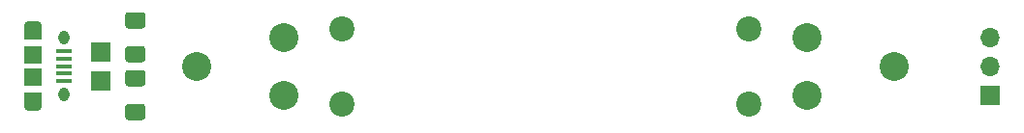
<source format=gbr>
%TF.GenerationSoftware,KiCad,Pcbnew,(5.1.8)-1*%
%TF.CreationDate,2021-01-17T15:05:37-05:00*%
%TF.ProjectId,electronics-li-ion-charger,656c6563-7472-46f6-9e69-63732d6c692d,rev?*%
%TF.SameCoordinates,Original*%
%TF.FileFunction,Soldermask,Top*%
%TF.FilePolarity,Negative*%
%FSLAX46Y46*%
G04 Gerber Fmt 4.6, Leading zero omitted, Abs format (unit mm)*
G04 Created by KiCad (PCBNEW (5.1.8)-1) date 2021-01-17 15:05:37*
%MOMM*%
%LPD*%
G01*
G04 APERTURE LIST*
%ADD10C,2.200000*%
%ADD11C,2.540000*%
%ADD12O,1.700000X1.700000*%
%ADD13R,1.700000X1.700000*%
%ADD14O,1.550000X0.890000*%
%ADD15R,1.550000X1.200000*%
%ADD16R,1.550000X1.500000*%
%ADD17O,0.950000X1.250000*%
%ADD18R,1.350000X0.400000*%
G04 APERTURE END LIST*
D10*
%TO.C,M2*%
X155448000Y-104902000D03*
%TD*%
%TO.C,M1*%
X155448000Y-98298000D03*
%TD*%
%TO.C,M4*%
X191008000Y-104902000D03*
%TD*%
%TO.C,M3*%
X191008000Y-98298000D03*
%TD*%
D11*
%TO.C,BT1*%
X150368000Y-104140000D03*
X150368000Y-99060000D03*
X142748000Y-101600000D03*
X196088000Y-99060000D03*
X196088000Y-104140000D03*
X203708000Y-101600000D03*
%TD*%
D12*
%TO.C,J4*%
X212090000Y-99060000D03*
X212090000Y-101600000D03*
D13*
X212090000Y-104140000D03*
%TD*%
D14*
%TO.C,J3*%
X128494000Y-105100000D03*
X128494000Y-98100000D03*
D15*
X128494000Y-104500000D03*
X128494000Y-98700000D03*
D16*
X128494000Y-102600000D03*
X128494000Y-100600000D03*
D17*
X131194000Y-104100000D03*
X131194000Y-99100000D03*
D18*
X131194000Y-102900000D03*
X131194000Y-102250000D03*
X131194000Y-101600000D03*
X131194000Y-100950000D03*
X131194000Y-100300000D03*
%TD*%
D13*
%TO.C,J2*%
X134366000Y-102870000D03*
%TD*%
%TO.C,J1*%
X134366000Y-100330000D03*
%TD*%
%TO.C,D3*%
G36*
G01*
X138039000Y-103365000D02*
X136789000Y-103365000D01*
G75*
G02*
X136539000Y-103115000I0J250000D01*
G01*
X136539000Y-102190000D01*
G75*
G02*
X136789000Y-101940000I250000J0D01*
G01*
X138039000Y-101940000D01*
G75*
G02*
X138289000Y-102190000I0J-250000D01*
G01*
X138289000Y-103115000D01*
G75*
G02*
X138039000Y-103365000I-250000J0D01*
G01*
G37*
G36*
G01*
X138039000Y-106340000D02*
X136789000Y-106340000D01*
G75*
G02*
X136539000Y-106090000I0J250000D01*
G01*
X136539000Y-105165000D01*
G75*
G02*
X136789000Y-104915000I250000J0D01*
G01*
X138039000Y-104915000D01*
G75*
G02*
X138289000Y-105165000I0J-250000D01*
G01*
X138289000Y-106090000D01*
G75*
G02*
X138039000Y-106340000I-250000J0D01*
G01*
G37*
%TD*%
%TO.C,D2*%
G36*
G01*
X138039000Y-98285000D02*
X136789000Y-98285000D01*
G75*
G02*
X136539000Y-98035000I0J250000D01*
G01*
X136539000Y-97110000D01*
G75*
G02*
X136789000Y-96860000I250000J0D01*
G01*
X138039000Y-96860000D01*
G75*
G02*
X138289000Y-97110000I0J-250000D01*
G01*
X138289000Y-98035000D01*
G75*
G02*
X138039000Y-98285000I-250000J0D01*
G01*
G37*
G36*
G01*
X138039000Y-101260000D02*
X136789000Y-101260000D01*
G75*
G02*
X136539000Y-101010000I0J250000D01*
G01*
X136539000Y-100085000D01*
G75*
G02*
X136789000Y-99835000I250000J0D01*
G01*
X138039000Y-99835000D01*
G75*
G02*
X138289000Y-100085000I0J-250000D01*
G01*
X138289000Y-101010000D01*
G75*
G02*
X138039000Y-101260000I-250000J0D01*
G01*
G37*
%TD*%
M02*

</source>
